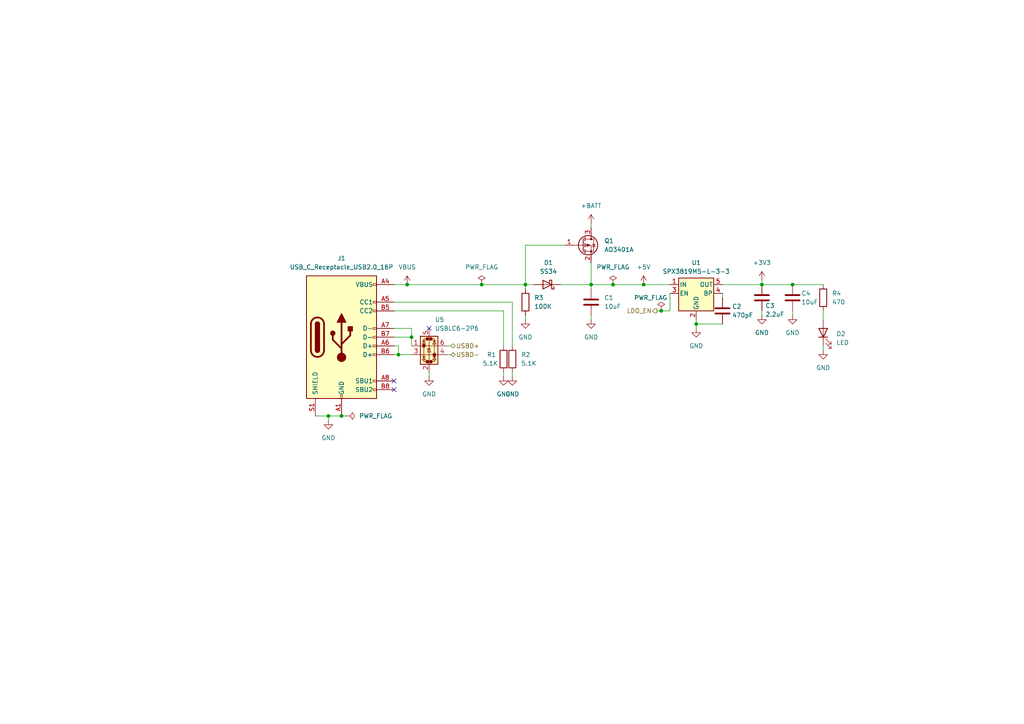
<source format=kicad_sch>
(kicad_sch (version 20250114) (generator "eeschema") (generator_version "9.0")
  (paper "A4")
  (lib_symbols
    (symbol "Connector:USB_C_Receptacle_USB2.0_16P" (pin_names (offset 1.016))
      (property "Reference" "J" (at 0 22.225 0))
      (property "Value" "USB_C_Receptacle_USB2.0_16P" (at 0 19.685 0))
      (symbol "USB_C_Receptacle_USB2.0_16P_0_0"
        (rectangle (start -0.254 -17.78) (end 0.254 -16.764))
        (rectangle (start 10.16 15.494) (end 9.144 14.986))
        (rectangle (start 10.16 10.414) (end 9.144 9.906))
        (rectangle (start 10.16 7.874) (end 9.144 7.366))
        (rectangle (start 10.16 2.794) (end 9.144 2.286))
        (rectangle (start 10.16 0.254) (end 9.144 -0.254))
        (rectangle (start 10.16 -2.286) (end 9.144 -2.794))
        (rectangle (start 10.16 -4.826) (end 9.144 -5.334))
        (rectangle (start 10.16 -12.446) (end 9.144 -12.954))
        (rectangle (start 10.16 -14.986) (end 9.144 -15.494))
      )
      (symbol "USB_C_Receptacle_USB2.0_16P_0_1"
        (rectangle (start -10.16 17.78) (end 10.16 -17.78) (stroke (width 0.254)) (fill (type background)))
        (polyline (pts (xy -8.89 -3.81) (xy -8.89 3.81)) (stroke (width 0.508)))
        (rectangle (start -7.62 -3.81) (end -6.35 3.81) (stroke (width 0.254)) (fill (type outline)))
        (arc (start -7.62 3.81) (mid -6.985 4.4423) (end -6.35 3.81) (stroke (width 0.254)))
        (arc (start -7.62 3.81) (mid -6.985 4.4423) (end -6.35 3.81) (stroke (width 0.254)) (fill (type outline)))
        (arc (start -8.89 3.81) (mid -6.985 5.7067) (end -5.08 3.81) (stroke (width 0.508)))
        (arc (start -5.08 -3.81) (mid -6.985 -5.7067) (end -8.89 -3.81) (stroke (width 0.508)))
        (arc (start -6.35 -3.81) (mid -6.985 -4.4423) (end -7.62 -3.81) (stroke (width 0.254)))
        (arc (start -6.35 -3.81) (mid -6.985 -4.4423) (end -7.62 -3.81) (stroke (width 0.254)) (fill (type outline)))
        (polyline (pts (xy -5.08 3.81) (xy -5.08 -3.81)) (stroke (width 0.508)))
        (circle (center -2.54 1.143) (radius 0.635) (stroke (width 0.254)) (fill (type outline)))
        (polyline (pts (xy -1.27 4.318) (xy 0 6.858) (xy 1.27 4.318) (xy -1.27 4.318)) (stroke (width 0.254)) (fill (type outline)))
        (polyline (pts (xy 0 -2.032) (xy 2.54 0.508) (xy 2.54 1.778)) (stroke (width 0.508)))
        (polyline (pts (xy 0 -3.302) (xy -2.54 -0.762) (xy -2.54 0.508)) (stroke (width 0.508)))
        (polyline (pts (xy 0 -5.842) (xy 0 4.318)) (stroke (width 0.508)))
        (circle (center 0 -5.842) (radius 1.27) (fill (type outline)))
        (rectangle (start 1.905 1.778) (end 3.175 3.048) (stroke (width 0.254)) (fill (type outline)))
      )
      (symbol "USB_C_Receptacle_USB2.0_16P_1_1"
        (pin passive line (at -7.62 -22.86 90) (length 5.08) (name "SHIELD") (number "S1"))
        (pin passive line (at 0 -22.86 90) (length 5.08) (name "GND") (number "A1"))
        (pin passive line (at 0 -22.86 90) (length 5.08) (hide yes) (name "GND") (number "A12"))
        (pin passive line (at 0 -22.86 90) (length 5.08) (hide yes) (name "GND") (number "B1"))
        (pin passive line (at 0 -22.86 90) (length 5.08) (hide yes) (name "GND") (number "B12"))
        (pin passive line (at 15.24 15.24 180) (length 5.08) (name "VBUS") (number "A4"))
        (pin passive line (at 15.24 15.24 180) (length 5.08) (hide yes) (name "VBUS") (number "A9"))
        (pin passive line (at 15.24 15.24 180) (length 5.08) (hide yes) (name "VBUS") (number "B4"))
        (pin passive line (at 15.24 15.24 180) (length 5.08) (hide yes) (name "VBUS") (number "B9"))
        (pin bidirectional line (at 15.24 10.16 180) (length 5.08) (name "CC1") (number "A5"))
        (pin bidirectional line (at 15.24 7.62 180) (length 5.08) (name "CC2") (number "B5"))
        (pin bidirectional line (at 15.24 2.54 180) (length 5.08) (name "D-") (number "A7"))
        (pin bidirectional line (at 15.24 0 180) (length 5.08) (name "D-") (number "B7"))
        (pin bidirectional line (at 15.24 -2.54 180) (length 5.08) (name "D+") (number "A6"))
        (pin bidirectional line (at 15.24 -5.08 180) (length 5.08) (name "D+") (number "B6"))
        (pin bidirectional line (at 15.24 -12.7 180) (length 5.08) (name "SBU1") (number "A8"))
        (pin bidirectional line (at 15.24 -15.24 180) (length 5.08) (name "SBU2") (number "B8"))
      )
    )
    (symbol "Device:C" (pin_numbers (hide yes)) (pin_names (offset 0.254))
      (property "Reference" "C" (at 0.635 2.54 0))
      (property "Value" "C" (at 0.635 -2.54 0))
      (symbol "C_0_1"
        (polyline (pts (xy -2.032 0.762) (xy 2.032 0.762)) (stroke (width 0.508)))
        (polyline (pts (xy -2.032 -0.762) (xy 2.032 -0.762)) (stroke (width 0.508)))
      )
      (symbol "C_1_1"
        (pin passive line (at 0 3.81 270) (length 2.794) (name "~") (number "1"))
        (pin passive line (at 0 -3.81 90) (length 2.794) (name "~") (number "2"))
      )
    )
    (symbol "Device:LED" (pin_numbers (hide yes)) (pin_names (offset 1.016) (hide yes))
      (property "Reference" "D" (at 0 2.54 0))
      (property "Value" "LED" (at 0 -2.54 0))
      (symbol "LED_0_1"
        (polyline (pts (xy -3.048 -0.762) (xy -4.572 -2.286) (xy -3.81 -2.286) (xy -4.572 -2.286) (xy -4.572 -1.524)))
        (polyline (pts (xy -1.778 -0.762) (xy -3.302 -2.286) (xy -2.54 -2.286) (xy -3.302 -2.286) (xy -3.302 -1.524)))
        (polyline (pts (xy -1.27 0) (xy 1.27 0)))
        (polyline (pts (xy -1.27 -1.27) (xy -1.27 1.27)) (stroke (width 0.254)))
        (polyline (pts (xy 1.27 -1.27) (xy 1.27 1.27) (xy -1.27 0) (xy 1.27 -1.27)) (stroke (width 0.254)))
      )
      (symbol "LED_1_1"
        (pin passive line (at -3.81 0 0) (length 2.54) (name "K") (number "1"))
        (pin passive line (at 3.81 0 180) (length 2.54) (name "A") (number "2"))
      )
    )
    (symbol "Device:R" (pin_numbers (hide yes)) (pin_names (offset 0))
      (property "Reference" "R" (at 2.032 0 90))
      (property "Value" "R" (at 0 0 90))
      (symbol "R_0_1"
        (rectangle (start -1.016 -2.54) (end 1.016 2.54) (stroke (width 0.254)))
      )
      (symbol "R_1_1"
        (pin passive line (at 0 3.81 270) (length 1.27) (name "~") (number "1"))
        (pin passive line (at 0 -3.81 90) (length 1.27) (name "~") (number "2"))
      )
    )
    (symbol "Diode:SS34" (pin_numbers (hide yes)) (pin_names (offset 1.016) (hide yes))
      (property "Reference" "D" (at 0 2.54 0))
      (property "Value" "SS34" (at 0 -2.54 0))
      (symbol "SS34_0_1"
        (polyline (pts (xy -1.905 0.635) (xy -1.905 1.27) (xy -1.27 1.27) (xy -1.27 -1.27) (xy -0.635 -1.27) (xy -0.635 -0.635)) (stroke (width 0.254)))
        (polyline (pts (xy 1.27 1.27) (xy 1.27 -1.27) (xy -1.27 0) (xy 1.27 1.27)) (stroke (width 0.254)))
        (polyline (pts (xy 1.27 0) (xy -1.27 0)))
      )
      (symbol "SS34_1_1"
        (pin passive line (at -3.81 0 0) (length 2.54) (name "K") (number "1"))
        (pin passive line (at 3.81 0 180) (length 2.54) (name "A") (number "2"))
      )
    )
    (symbol "Power_Protection:USBLC6-2P6" (pin_names (hide yes))
      (property "Reference" "U" (at 0.635 5.715 0))
      (property "Value" "USBLC6-2P6" (at 0.635 3.81 0))
      (symbol "USBLC6-2P6_0_0"
        (circle (center -1.524 0) (radius 0.0001) (stroke (width 0.508)))
        (circle (center -0.508 2.032) (radius 0.0001) (stroke (width 0.508)))
        (circle (center -0.508 -4.572) (radius 0.0001) (stroke (width 0.508)))
        (circle (center 0.508 2.032) (radius 0.0001) (stroke (width 0.508)))
        (circle (center 0.508 -4.572) (radius 0.0001) (stroke (width 0.508)))
        (circle (center 1.524 -2.54) (radius 0.0001) (stroke (width 0.508)))
      )
      (symbol "USBLC6-2P6_0_1"
        (polyline (pts (xy -2.54 0) (xy 2.54 0)))
        (polyline (pts (xy -2.54 -2.54) (xy 2.54 -2.54)))
        (polyline (pts (xy -2.032 0.508) (xy -1.016 0.508) (xy -1.524 1.524) (xy -2.032 0.508)))
        (polyline (pts (xy -2.032 -3.048) (xy -1.016 -3.048)))
        (polyline (pts (xy -1.016 1.524) (xy -2.032 1.524)))
        (polyline (pts (xy -1.016 -4.064) (xy -2.032 -4.064) (xy -1.524 -3.048) (xy -1.016 -4.064)))
        (polyline (pts (xy -0.508 -1.143) (xy -0.508 -0.762) (xy 0.508 -0.762)))
        (polyline (pts (xy 0 2.54) (xy -0.508 2.032) (xy 0.508 2.032) (xy 0 1.524) (xy 0 -4.064) (xy -0.508 -4.572) (xy 0.508 -4.572) (xy 0 -5.08)))
        (polyline (pts (xy 0.508 -1.778) (xy -0.508 -1.778) (xy 0 -0.762) (xy 0.508 -1.778)))
        (polyline (pts (xy 1.016 1.524) (xy 2.032 1.524)))
        (polyline (pts (xy 1.016 -3.048) (xy 2.032 -3.048)))
        (polyline (pts (xy 2.032 0.508) (xy 1.016 0.508) (xy 1.524 1.524) (xy 2.032 0.508)))
        (polyline (pts (xy 2.032 -4.064) (xy 1.016 -4.064) (xy 1.524 -3.048) (xy 2.032 -4.064)))
      )
      (symbol "USBLC6-2P6_1_1"
        (rectangle (start -2.54 2.794) (end 2.54 -5.334) (stroke (width 0.254)) (fill (type background)))
        (polyline (pts (xy -0.508 2.032) (xy -1.524 2.032) (xy -1.524 -4.572) (xy -0.508 -4.572)))
        (polyline (pts (xy 0.508 -4.572) (xy 1.524 -4.572) (xy 1.524 2.032) (xy 0.508 2.032)))
        (pin passive line (at -5.08 0 0) (length 2.54) (name "I/O1") (number "1"))
        (pin passive line (at -5.08 -2.54 0) (length 2.54) (name "I/O2") (number "3"))
        (pin passive line (at 0 5.08 270) (length 2.54) (name "VBUS") (number "5"))
        (pin passive line (at 0 -7.62 90) (length 2.54) (name "GND") (number "2"))
        (pin passive line (at 5.08 0 180) (length 2.54) (name "I/O1") (number "6"))
        (pin passive line (at 5.08 -2.54 180) (length 2.54) (name "I/O2") (number "4"))
      )
    )
    (symbol "Regulator_Linear:SPX3819M5-L-3-3" (pin_names (offset 0.254))
      (property "Reference" "U" (at -3.81 5.715 0))
      (property "Value" "SPX3819M5-L-3-3" (at 0 5.715 0))
      (symbol "SPX3819M5-L-3-3_0_1"
        (rectangle (start -5.08 4.445) (end 5.08 -5.08) (stroke (width 0.254)) (fill (type background)))
      )
      (symbol "SPX3819M5-L-3-3_1_1"
        (pin power_in line (at -7.62 2.54 0) (length 2.54) (name "IN") (number "1"))
        (pin input line (at -7.62 0 0) (length 2.54) (name "EN") (number "3"))
        (pin power_in line (at 0 -7.62 90) (length 2.54) (name "GND") (number "2"))
        (pin power_out line (at 7.62 2.54 180) (length 2.54) (name "OUT") (number "5"))
        (pin input line (at 7.62 0 180) (length 2.54) (name "BP") (number "4"))
      )
    )
    (symbol "Transistor_FET:AO3401A" (pin_names (hide yes))
      (property "Reference" "Q" (at 5.08 1.905 0))
      (property "Value" "AO3401A" (at 5.08 0 0))
      (symbol "AO3401A_0_1"
        (polyline (pts (xy 0.254 1.905) (xy 0.254 -1.905)) (stroke (width 0.254)))
        (polyline (pts (xy 0.254 0) (xy -2.54 0)))
        (polyline (pts (xy 0.762 2.286) (xy 0.762 1.27)) (stroke (width 0.254)))
        (polyline (pts (xy 0.762 1.778) (xy 3.302 1.778) (xy 3.302 -1.778) (xy 0.762 -1.778)))
        (polyline (pts (xy 0.762 0.508) (xy 0.762 -0.508)) (stroke (width 0.254)))
        (polyline (pts (xy 0.762 -1.27) (xy 0.762 -2.286)) (stroke (width 0.254)))
        (circle (center 1.651 0) (radius 2.794) (stroke (width 0.254)))
        (polyline (pts (xy 2.286 0) (xy 1.27 0.381) (xy 1.27 -0.381) (xy 2.286 0)) (fill (type outline)))
        (polyline (pts (xy 2.54 2.54) (xy 2.54 1.778)))
        (circle (center 2.54 1.778) (radius 0.254) (fill (type outline)))
        (circle (center 2.54 -1.778) (radius 0.254) (fill (type outline)))
        (polyline (pts (xy 2.54 -2.54) (xy 2.54 0) (xy 0.762 0)))
        (polyline (pts (xy 2.794 -0.508) (xy 2.921 -0.381) (xy 3.683 -0.381) (xy 3.81 -0.254)))
        (polyline (pts (xy 3.302 -0.381) (xy 2.921 0.254) (xy 3.683 0.254) (xy 3.302 -0.381)))
      )
      (symbol "AO3401A_1_1"
        (pin input line (at -5.08 0 0) (length 2.54) (name "G") (number "1"))
        (pin passive line (at 2.54 5.08 270) (length 2.54) (name "D") (number "3"))
        (pin passive line (at 2.54 -5.08 90) (length 2.54) (name "S") (number "2"))
      )
    )
    (symbol "power:+3V3" (power) (pin_numbers (hide yes)) (pin_names (offset 0) (hide yes))
      (property "Value" "+3V3" (at 0 3.556 0))
      (symbol "+3V3_0_1"
        (polyline (pts (xy -0.762 1.27) (xy 0 2.54)))
        (polyline (pts (xy 0 2.54) (xy 0.762 1.27)))
        (polyline (pts (xy 0 0) (xy 0 2.54)))
      )
      (symbol "+3V3_1_1"
        (pin power_in line (at 0 0 90) (length 0) (name "~") (number "1"))
      )
    )
    (symbol "power:+5V" (power) (pin_numbers (hide yes)) (pin_names (offset 0) (hide yes))
      (property "Value" "+5V" (at 0 3.556 0))
      (symbol "+5V_0_1"
        (polyline (pts (xy -0.762 1.27) (xy 0 2.54)))
        (polyline (pts (xy 0 2.54) (xy 0.762 1.27)))
        (polyline (pts (xy 0 0) (xy 0 2.54)))
      )
      (symbol "+5V_1_1"
        (pin power_in line (at 0 0 90) (length 0) (name "~") (number "1"))
      )
    )
    (symbol "power:+BATT" (power) (pin_numbers (hide yes)) (pin_names (offset 0) (hide yes))
      (property "Value" "+BATT" (at 0 3.556 0))
      (symbol "+BATT_0_1"
        (polyline (pts (xy -0.762 1.27) (xy 0 2.54)))
        (polyline (pts (xy 0 2.54) (xy 0.762 1.27)))
        (polyline (pts (xy 0 0) (xy 0 2.54)))
      )
      (symbol "+BATT_1_1"
        (pin power_in line (at 0 0 90) (length 0) (name "~") (number "1"))
      )
    )
    (symbol "power:GND" (power) (pin_numbers (hide yes)) (pin_names (offset 0) (hide yes))
      (property "Value" "GND" (at 0 -3.81 0))
      (symbol "GND_0_1"
        (polyline (pts (xy 0 0) (xy 0 -1.27) (xy 1.27 -1.27) (xy 0 -2.54) (xy -1.27 -1.27) (xy 0 -1.27)))
      )
      (symbol "GND_1_1"
        (pin power_in line (at 0 0 270) (length 0) (name "~") (number "1"))
      )
    )
    (symbol "power:PWR_FLAG" (power) (pin_numbers (hide yes)) (pin_names (offset 0) (hide yes))
      (property "Value" "PWR_FLAG" (at 0 3.81 0))
      (symbol "PWR_FLAG_0_0"
        (pin power_out line (at 0 0 90) (length 0) (name "~") (number "1"))
      )
      (symbol "PWR_FLAG_0_1"
        (polyline (pts (xy 0 0) (xy 0 1.27) (xy -1.016 1.905) (xy 0 2.54) (xy 1.016 1.905) (xy 0 1.27)))
      )
    )
    (symbol "power:VBUS" (power) (pin_numbers (hide yes)) (pin_names (offset 0) (hide yes))
      (property "Value" "VBUS" (at 0 3.556 0))
      (symbol "VBUS_0_1"
        (polyline (pts (xy -0.762 1.27) (xy 0 2.54)))
        (polyline (pts (xy 0 2.54) (xy 0.762 1.27)))
        (polyline (pts (xy 0 0) (xy 0 2.54)))
      )
      (symbol "VBUS_1_1"
        (pin power_in line (at 0 0 90) (length 0) (name "~") (number "1"))
      )
    )
  )
  (junction (at 99.06 120.65))
  (junction (at 220.98 82.55))
  (junction (at 119.38 97.79))
  (junction (at 139.7 82.55))
  (junction (at 95.25 120.65))
  (junction (at 115.57 102.87))
  (junction (at 171.45 82.55))
  (junction (at 229.87 82.55))
  (junction (at 177.8 82.55))
  (junction (at 201.93 93.98))
  (junction (at 191.77 90.17))
  (junction (at 152.4 82.55))
  (junction (at 118.11 82.55))
  (junction (at 186.69 82.55))
  (no_connect (at 124.46 95.25))
  (no_connect (at 114.3 110.49))
  (no_connect (at 114.3 113.03))
  (wire (pts (xy 95.25 120.65) (xy 95.25 121.92)))
  (wire (pts (xy 162.56 82.55) (xy 171.45 82.55)))
  (wire (pts (xy 152.4 71.12) (xy 152.4 82.55)))
  (wire (pts (xy 130.81 102.87) (xy 129.54 102.87)))
  (wire (pts (xy 171.45 76.2) (xy 171.45 82.55)))
  (wire (pts (xy 201.93 93.98) (xy 209.55 93.98)))
  (wire (pts (xy 238.76 90.17) (xy 238.76 92.71)))
  (wire (pts (xy 177.8 82.55) (xy 186.69 82.55)))
  (wire (pts (xy 148.59 87.63) (xy 148.59 100.33)))
  (wire (pts (xy 148.59 107.95) (xy 148.59 109.22)))
  (wire (pts (xy 220.98 90.17) (xy 220.98 91.44)))
  (wire (pts (xy 229.87 82.55) (xy 238.76 82.55)))
  (wire (pts (xy 115.57 100.33) (xy 115.57 102.87)))
  (wire (pts (xy 146.05 107.95) (xy 146.05 109.22)))
  (wire (pts (xy 118.11 82.55) (xy 139.7 82.55)))
  (wire (pts (xy 146.05 90.17) (xy 146.05 100.33)))
  (wire (pts (xy 91.44 120.65) (xy 95.25 120.65)))
  (wire (pts (xy 163.83 71.12) (xy 152.4 71.12)))
  (wire (pts (xy 194.31 90.17) (xy 194.31 85.09)))
  (wire (pts (xy 130.81 100.33) (xy 129.54 100.33)))
  (wire (pts (xy 152.4 91.44) (xy 152.4 92.71)))
  (wire (pts (xy 124.46 107.95) (xy 124.46 109.22)))
  (wire (pts (xy 171.45 82.55) (xy 171.45 83.82)))
  (wire (pts (xy 114.3 102.87) (xy 115.57 102.87)))
  (wire (pts (xy 99.06 120.65) (xy 100.33 120.65)))
  (wire (pts (xy 114.3 90.17) (xy 146.05 90.17)))
  (wire (pts (xy 229.87 90.17) (xy 229.87 91.44)))
  (wire (pts (xy 152.4 82.55) (xy 152.4 83.82)))
  (wire (pts (xy 191.77 90.17) (xy 194.31 90.17)))
  (wire (pts (xy 209.55 86.36) (xy 209.55 85.09)))
  (wire (pts (xy 95.25 120.65) (xy 99.06 120.65)))
  (wire (pts (xy 171.45 82.55) (xy 177.8 82.55)))
  (wire (pts (xy 171.45 91.44) (xy 171.45 92.71)))
  (wire (pts (xy 115.57 102.87) (xy 119.38 102.87)))
  (wire (pts (xy 209.55 82.55) (xy 220.98 82.55)))
  (wire (pts (xy 220.98 81.28) (xy 220.98 82.55)))
  (wire (pts (xy 220.98 82.55) (xy 229.87 82.55)))
  (wire (pts (xy 190.5 90.17) (xy 191.77 90.17)))
  (wire (pts (xy 201.93 92.71) (xy 201.93 93.98)))
  (wire (pts (xy 152.4 82.55) (xy 154.94 82.55)))
  (wire (pts (xy 139.7 82.55) (xy 152.4 82.55)))
  (wire (pts (xy 238.76 100.33) (xy 238.76 101.6)))
  (wire (pts (xy 119.38 95.25) (xy 119.38 97.79)))
  (wire (pts (xy 186.69 82.55) (xy 194.31 82.55)))
  (wire (pts (xy 201.93 93.98) (xy 201.93 95.25)))
  (wire (pts (xy 119.38 97.79) (xy 119.38 100.33)))
  (wire (pts (xy 114.3 87.63) (xy 148.59 87.63)))
  (wire (pts (xy 114.3 95.25) (xy 119.38 95.25)))
  (wire (pts (xy 114.3 97.79) (xy 119.38 97.79)))
  (wire (pts (xy 171.45 64.77) (xy 171.45 66.04)))
  (wire (pts (xy 114.3 100.33) (xy 115.57 100.33)))
  (wire (pts (xy 114.3 82.55) (xy 118.11 82.55)))
  (hierarchical_label "USBD-" (shape bidirectional) (at 130.81 102.87 0))
  (hierarchical_label "USBD+" (shape bidirectional) (at 130.81 100.33 0))
  (hierarchical_label "LDO_EN" (shape output) (at 190.5 90.17 180))
  (symbol (lib_id "Device:R") (at 148.59 104.14 0) (unit 1)
    (property "Reference" "R2" (at 151.13 102.8699 0) (effects (justify left)))
    (property "Value" "5.1K" (at 151.13 105.4099 0) (effects (justify left)))
    (property "Footprint" "Resistor_SMD:R_0603_1608Metric" (effects (hide yes)))
    (property "Description" "Resistor" (effects (hide yes)))
  )
  (symbol (lib_id "Device:R") (at 152.4 87.63 0) (unit 1)
    (property "Reference" "R3" (at 154.94 86.3599 0) (effects (justify left)))
    (property "Value" "100K" (at 154.94 88.8999 0) (effects (justify left)))
    (property "Footprint" "Resistor_SMD:R_0603_1608Metric" (effects (hide yes)))
    (property "Description" "Resistor" (effects (hide yes)))
  )
  (symbol (lib_id "Device:R") (at 146.05 104.14 0) (unit 1)
    (property "Reference" "R1" (at 141.224 102.87 0) (effects (justify left)))
    (property "Value" "5.1K" (at 139.954 105.41 0) (effects (justify left)))
    (property "Footprint" "Resistor_SMD:R_0603_1608Metric" (effects (hide yes)))
    (property "Description" "Resistor" (effects (hide yes)))
  )
  (symbol (lib_id "power:PWR_FLAG") (at 139.7 82.55 0) (unit 1)
    (property "Reference" "#FLG0102" (effects (hide yes)))
    (property "Value" "PWR_FLAG" (at 139.7 77.47 0))
    (property "Description" "Special symbol for telling ERC where power comes from" (effects (hide yes)))
  )
  (symbol (lib_id "Diode:SS34") (at 158.75 82.55 180) (unit 1)
    (property "Reference" "D1" (at 159.0675 76.2 0))
    (property "Value" "SS34" (at 159.0675 78.74 0))
    (property "Footprint" "Diode_SMD:D_SMA" (effects (hide yes)))
    (property "Datasheet" "https://www.vishay.com/docs/88751/ss32.pdf" (effects (hide yes)))
    (property "Description" "40V 3A Schottky Diode, SMA" (effects (hide yes)))
  )
  (symbol (lib_id "power:+BATT") (at 171.45 64.77 0) (unit 1)
    (property "Reference" "#PWR02" (effects (hide yes)))
    (property "Value" "+BATT" (at 171.45 59.69 0))
    (property "Description" "Power symbol creates a global label with name \"+BATT\"" (effects (hide yes)))
  )
  (symbol (lib_id "power:GND") (at 171.45 92.71 0) (unit 1)
    (property "Reference" "#PWR0107" (effects (hide yes)))
    (property "Value" "GND" (at 171.45 97.79 0))
    (property "Description" "Power symbol creates a global label with name \"GND\" , ground" (effects (hide yes)))
  )
  (symbol (lib_id "power:GND") (at 152.4 92.71 0) (unit 1)
    (property "Reference" "#PWR0109" (effects (hide yes)))
    (property "Value" "GND" (at 152.4 97.79 0))
    (property "Description" "Power symbol creates a global label with name \"GND\" , ground" (effects (hide yes)))
  )
  (symbol (lib_id "power:VBUS") (at 118.11 82.55 0) (unit 1)
    (property "Reference" "#PWR0101" (effects (hide yes)))
    (property "Value" "VBUS" (at 118.11 77.47 0))
    (property "Description" "Power symbol creates a global label with name \"VBUS\"" (effects (hide yes)))
  )
  (symbol (lib_id "power:PWR_FLAG") (at 100.33 120.65 270) (unit 1)
    (property "Reference" "#FLG0103" (effects (hide yes)))
    (property "Value" "PWR_FLAG" (at 104.14 120.6499 90) (effects (justify left)))
    (property "Description" "Special symbol for telling ERC where power comes from" (effects (hide yes)))
  )
  (symbol (lib_id "power:GND") (at 220.98 91.44 0) (unit 1)
    (property "Reference" "#PWR0102" (effects (hide yes)))
    (property "Value" "GND" (at 220.98 96.52 0))
    (property "Description" "Power symbol creates a global label with name \"GND\" , ground" (effects (hide yes)))
  )
  (symbol (lib_id "Device:R") (at 238.76 86.36 0) (unit 1)
    (property "Reference" "R4" (at 241.3 85.0899 0) (effects (justify left)))
    (property "Value" "470" (at 241.3 87.6299 0) (effects (justify left)))
    (property "Footprint" "Resistor_SMD:R_0603_1608Metric" (effects (hide yes)))
    (property "Description" "Resistor" (effects (hide yes)))
  )
  (symbol (lib_id "power:GND") (at 201.93 95.25 0) (unit 1)
    (property "Reference" "#PWR01" (effects (hide yes)))
    (property "Value" "GND" (at 201.93 100.33 0))
    (property "Description" "Power symbol creates a global label with name \"GND\" , ground" (effects (hide yes)))
  )
  (symbol (lib_id "Connector:USB_C_Receptacle_USB2.0_16P") (at 99.06 97.79 0) (unit 1)
    (property "Reference" "J1" (at 99.06 74.93 0))
    (property "Value" "USB_C_Receptacle_USB2.0_16P" (at 99.06 77.47 0))
    (property "Footprint" "Connector_USB:USB_C_Receptacle_GCT_USB4085" (effects (hide yes)))
    (property "Datasheet" "https://www.usb.org/sites/default/files/documents/usb_type-c.zip" (effects (hide yes)))
    (property "Description" "USB 2.0-only 16P Type-C Receptacle connector" (effects (hide yes)))
  )
  (symbol (lib_id "power:+3V3") (at 220.98 81.28 0) (unit 1)
    (property "Reference" "#PWR0104" (effects (hide yes)))
    (property "Value" "+3V3" (at 220.98 76.2 0))
    (property "Description" "Power symbol creates a global label with name \"+3V3\"" (effects (hide yes)))
  )
  (symbol (lib_id "power:GND") (at 95.25 121.92 0) (unit 1)
    (property "Reference" "#PWR0112" (effects (hide yes)))
    (property "Value" "GND" (at 95.25 127 0))
    (property "Description" "Power symbol creates a global label with name \"GND\" , ground" (effects (hide yes)))
  )
  (symbol (lib_id "Transistor_FET:AO3401A") (at 168.91 71.12 0) (unit 1)
    (property "Reference" "Q1" (at 175.26 69.8499 0) (effects (justify left)))
    (property "Value" "AO3401A" (at 175.26 72.3899 0) (effects (justify left)))
    (property "Footprint" "Package_TO_SOT_SMD:SOT-23" (effects (hide yes)))
    (property "Datasheet" "http://www.aosmd.com/pdfs/datasheet/AO3401A.pdf" (effects (hide yes)))
    (property "Description" "-4.0A Id, -30V Vds, P-Channel MOSFET, SOT-23" (effects (hide yes)))
  )
  (symbol (lib_id "power:PWR_FLAG") (at 177.8 82.55 0) (unit 1)
    (property "Reference" "#FLG0101" (effects (hide yes)))
    (property "Value" "PWR_FLAG" (at 177.8 77.47 0))
    (property "Description" "Special symbol for telling ERC where power comes from" (effects (hide yes)))
  )
  (symbol (lib_id "Device:LED") (at 238.76 96.52 90) (unit 1)
    (property "Reference" "D2" (at 242.57 96.8374 90) (effects (justify right)))
    (property "Value" "LED" (at 242.57 99.3774 90) (effects (justify right)))
    (property "Footprint" "LED_SMD:LED_0603_1608Metric" (effects (hide yes)))
    (property "Description" "Light emitting diode" (effects (hide yes)))
    (property "Sim.Pins" "1=K 2=A" (effects (hide yes)))
  )
  (symbol (lib_id "Device:C") (at 229.87 86.36 0) (unit 1)
    (property "Reference" "C4" (at 232.41 85.09 0) (effects (justify left)))
    (property "Value" "10uF" (at 232.41 87.63 0) (effects (justify left)))
    (property "Footprint" "Capacitor_SMD:C_0603_1608Metric" (effects (hide yes)))
    (property "Description" "Unpolarized capacitor" (effects (hide yes)))
  )
  (symbol (lib_id "Power_Protection:USBLC6-2P6") (at 124.46 100.33 0) (unit 1)
    (property "Reference" "U5" (at 126.1111 92.71 0) (effects (justify left)))
    (property "Value" "USBLC6-2P6" (at 126.1111 95.25 0) (effects (justify left)))
    (property "Footprint" "Package_TO_SOT_SMD:SOT-666" (effects (hide yes)))
    (property "Datasheet" "https://www.st.com/resource/en/datasheet/usblc6-2.pdf" (effects (hide yes)))
    (property "Description" "Very low capacitance ESD protection diode, 2 data-line, SOT-666" (effects (hide yes)))
  )
  (symbol (lib_id "Device:C") (at 171.45 87.63 0) (unit 1)
    (property "Reference" "C1" (at 175.26 86.3599 0) (effects (justify left)))
    (property "Value" "10uF" (at 175.26 88.8999 0) (effects (justify left)))
    (property "Footprint" "Capacitor_SMD:C_0603_1608Metric" (effects (hide yes)))
    (property "Description" "Unpolarized capacitor" (effects (hide yes)))
  )
  (symbol (lib_id "power:PWR_FLAG") (at 191.77 90.17 0) (unit 1)
    (property "Reference" "#FLG01" (effects (hide yes)))
    (property "Value" "PWR_FLAG" (at 188.722 86.36 0))
    (property "Description" "Special symbol for telling ERC where power comes from" (effects (hide yes)))
  )
  (symbol (lib_id "Device:C") (at 209.55 90.17 0) (unit 1)
    (property "Reference" "C2" (at 212.344 88.9 0) (effects (justify left)))
    (property "Value" "470pF" (at 212.344 91.44 0) (effects (justify left)))
    (property "Footprint" "Capacitor_SMD:C_0603_1608Metric" (effects (hide yes)))
    (property "Description" "Unpolarized capacitor" (effects (hide yes)))
  )
  (symbol (lib_id "power:GND") (at 238.76 101.6 0) (unit 1)
    (property "Reference" "#PWR0103" (effects (hide yes)))
    (property "Value" "GND" (at 238.76 106.68 0))
    (property "Description" "Power symbol creates a global label with name \"GND\" , ground" (effects (hide yes)))
  )
  (symbol (lib_id "power:GND") (at 148.59 109.22 0) (unit 1)
    (property "Reference" "#PWR0111" (effects (hide yes)))
    (property "Value" "GND" (at 148.59 114.3 0))
    (property "Description" "Power symbol creates a global label with name \"GND\" , ground" (effects (hide yes)))
  )
  (symbol (lib_id "power:+5V") (at 186.69 82.55 0) (unit 1)
    (property "Reference" "#PWR0108" (effects (hide yes)))
    (property "Value" "+5V" (at 186.69 77.47 0))
    (property "Description" "Power symbol creates a global label with name \"+5V\"" (effects (hide yes)))
  )
  (symbol (lib_id "power:GND") (at 124.46 109.22 0) (unit 1)
    (property "Reference" "#PWR0113" (effects (hide yes)))
    (property "Value" "GND" (at 124.46 114.3 0))
    (property "Description" "Power symbol creates a global label with name \"GND\" , ground" (effects (hide yes)))
  )
  (symbol (lib_id "power:GND") (at 146.05 109.22 0) (unit 1)
    (property "Reference" "#PWR0110" (effects (hide yes)))
    (property "Value" "GND" (at 146.05 114.3 0))
    (property "Description" "Power symbol creates a global label with name \"GND\" , ground" (effects (hide yes)))
  )
  (symbol (lib_id "Device:C") (at 220.98 86.36 0) (unit 1)
    (property "Reference" "C3" (at 221.996 88.646 0) (effects (justify left)))
    (property "Value" "2.2uF" (at 221.996 91.186 0) (effects (justify left)))
    (property "Footprint" "Capacitor_SMD:C_0603_1608Metric" (effects (hide yes)))
    (property "Description" "Unpolarized capacitor" (effects (hide yes)))
  )
  (symbol (lib_id "power:GND") (at 229.87 91.44 0) (unit 1)
    (property "Reference" "#PWR0105" (effects (hide yes)))
    (property "Value" "GND" (at 229.87 96.52 0))
    (property "Description" "Power symbol creates a global label with name \"GND\" , ground" (effects (hide yes)))
  )
  (symbol (lib_id "Regulator_Linear:SPX3819M5-L-3-3") (at 201.93 85.09 0) (unit 1)
    (property "Reference" "U1" (at 201.93 76.2 0))
    (property "Value" "SPX3819M5-L-3-3" (at 201.93 78.74 0))
    (property "Footprint" "Package_TO_SOT_SMD:SOT-23-5" (effects (hide yes)))
    (property "Datasheet" "https://www.exar.com/content/document.ashx?id=22106&languageid=1033&type=Datasheet&partnumber=SPX3819&filename=SPX3819.pdf&part=SPX3819" (effects (hide yes)))
    (property "Description" "500mA Low drop-out regulator, Fixed Output 3.3V, SOT-23-5" (effects (hide yes)))
  )
)
</source>
